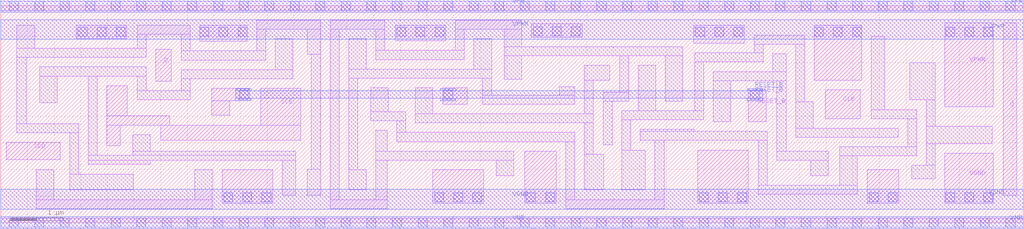
<source format=lef>
# Copyright 2020 The SkyWater PDK Authors
#
# Licensed under the Apache License, Version 2.0 (the "License");
# you may not use this file except in compliance with the License.
# You may obtain a copy of the License at
#
#     https://www.apache.org/licenses/LICENSE-2.0
#
# Unless required by applicable law or agreed to in writing, software
# distributed under the License is distributed on an "AS IS" BASIS,
# WITHOUT WARRANTIES OR CONDITIONS OF ANY KIND, either express or implied.
# See the License for the specific language governing permissions and
# limitations under the License.
#
# SPDX-License-Identifier: Apache-2.0

VERSION 5.7 ;
  NAMESCASESENSITIVE ON ;
  NOWIREEXTENSIONATPIN ON ;
  DIVIDERCHAR "/" ;
  BUSBITCHARS "[]" ;
UNITS
  DATABASE MICRONS 200 ;
END UNITS
MACRO sky130_fd_sc_hvl__sdfrtp_1
  CLASS CORE ;
  SOURCE USER ;
  FOREIGN sky130_fd_sc_hvl__sdfrtp_1 ;
  ORIGIN  0.000000  0.000000 ;
  SIZE  19.20000 BY  4.070000 ;
  SYMMETRY X Y ;
  SITE unithv ;
  PIN D
    ANTENNAGATEAREA  0.420000 ;
    DIRECTION INPUT ;
    USE SIGNAL ;
    PORT
      LAYER li1 ;
        RECT 2.910000 2.660000 3.205000 3.260000 ;
    END
  END D
  PIN Q
    ANTENNADIFFAREA  0.626250 ;
    DIRECTION OUTPUT ;
    USE SIGNAL ;
    PORT
      LAYER li1 ;
        RECT 18.820000 0.515000 19.075000 3.755000 ;
    END
  END Q
  PIN RESET_B
    ANTENNAGATEAREA  1.260000 ;
    DIRECTION INPUT ;
    USE SIGNAL ;
    PORT
      LAYER li1 ;
        RECT  3.965000 2.015000  4.300000 2.290000 ;
        RECT  3.965000 2.290000  4.675000 2.525000 ;
        RECT  8.295000 2.225000  8.760000 2.535000 ;
        RECT 14.040000 1.895000 14.370000 2.490000 ;
      LAYER mcon ;
        RECT  4.475000 2.320000  4.645000 2.490000 ;
        RECT  8.315000 2.320000  8.485000 2.490000 ;
        RECT 14.075000 2.320000 14.245000 2.490000 ;
      LAYER met1 ;
        RECT  4.415000 2.290000  4.705000 2.335000 ;
        RECT  4.415000 2.335000 14.305000 2.475000 ;
        RECT  4.415000 2.475000  4.705000 2.520000 ;
        RECT  8.255000 2.290000  8.545000 2.335000 ;
        RECT  8.255000 2.475000  8.545000 2.520000 ;
        RECT 14.015000 2.290000 14.305000 2.335000 ;
        RECT 14.015000 2.475000 14.305000 2.520000 ;
    END
  END RESET_B
  PIN SCD
    ANTENNAGATEAREA  0.420000 ;
    DIRECTION INPUT ;
    USE SIGNAL ;
    PORT
      LAYER li1 ;
        RECT 0.105000 1.180000 1.115000 1.510000 ;
    END
  END SCD
  PIN SCE
    ANTENNAGATEAREA  0.840000 ;
    DIRECTION INPUT ;
    USE SIGNAL ;
    PORT
      LAYER li1 ;
        RECT 1.995000 1.445000 2.245000 1.835000 ;
        RECT 1.995000 1.835000 3.175000 2.005000 ;
        RECT 1.995000 2.005000 2.380000 2.575000 ;
        RECT 3.005000 1.550000 5.635000 1.835000 ;
        RECT 4.880000 1.835000 5.635000 2.525000 ;
    END
  END SCE
  PIN CLK
    ANTENNAGATEAREA  0.585000 ;
    DIRECTION INPUT ;
    USE CLOCK ;
    PORT
      LAYER li1 ;
        RECT 15.485000 1.955000 16.140000 2.495000 ;
    END
  END CLK
  PIN VGND
    DIRECTION INOUT ;
    USE GROUND ;
    PORT
      LAYER li1 ;
        RECT  4.155000 0.365000  5.105000 0.995000 ;
        RECT  8.115000 0.365000  9.065000 0.995000 ;
        RECT  9.840000 0.365000 10.430000 1.345000 ;
        RECT 13.085000 0.365000 14.035000 1.365000 ;
        RECT 16.275000 0.365000 16.865000 0.995000 ;
        RECT 17.730000 0.365000 18.640000 1.305000 ;
      LAYER mcon ;
        RECT  4.185000 0.395000  4.355000 0.565000 ;
        RECT  4.545000 0.395000  4.715000 0.565000 ;
        RECT  4.905000 0.395000  5.075000 0.565000 ;
        RECT  8.145000 0.395000  8.315000 0.565000 ;
        RECT  8.505000 0.395000  8.675000 0.565000 ;
        RECT  8.865000 0.395000  9.035000 0.565000 ;
        RECT  9.870000 0.395000 10.040000 0.565000 ;
        RECT 10.230000 0.395000 10.400000 0.565000 ;
        RECT 13.115000 0.395000 13.285000 0.565000 ;
        RECT 13.475000 0.395000 13.645000 0.565000 ;
        RECT 13.835000 0.395000 14.005000 0.565000 ;
        RECT 16.305000 0.395000 16.475000 0.565000 ;
        RECT 16.665000 0.395000 16.835000 0.565000 ;
        RECT 17.740000 0.395000 17.910000 0.565000 ;
        RECT 18.100000 0.395000 18.270000 0.565000 ;
        RECT 18.460000 0.395000 18.630000 0.565000 ;
      LAYER met1 ;
        RECT 0.000000 0.255000 19.200000 0.625000 ;
    END
  END VGND
  PIN VNB
    DIRECTION INOUT ;
    USE GROUND ;
    PORT
      LAYER li1 ;
        RECT 0.000000 -0.085000 19.200000 0.085000 ;
      LAYER mcon ;
        RECT  0.155000 -0.085000  0.325000 0.085000 ;
        RECT  0.635000 -0.085000  0.805000 0.085000 ;
        RECT  1.115000 -0.085000  1.285000 0.085000 ;
        RECT  1.595000 -0.085000  1.765000 0.085000 ;
        RECT  2.075000 -0.085000  2.245000 0.085000 ;
        RECT  2.555000 -0.085000  2.725000 0.085000 ;
        RECT  3.035000 -0.085000  3.205000 0.085000 ;
        RECT  3.515000 -0.085000  3.685000 0.085000 ;
        RECT  3.995000 -0.085000  4.165000 0.085000 ;
        RECT  4.475000 -0.085000  4.645000 0.085000 ;
        RECT  4.955000 -0.085000  5.125000 0.085000 ;
        RECT  5.435000 -0.085000  5.605000 0.085000 ;
        RECT  5.915000 -0.085000  6.085000 0.085000 ;
        RECT  6.395000 -0.085000  6.565000 0.085000 ;
        RECT  6.875000 -0.085000  7.045000 0.085000 ;
        RECT  7.355000 -0.085000  7.525000 0.085000 ;
        RECT  7.835000 -0.085000  8.005000 0.085000 ;
        RECT  8.315000 -0.085000  8.485000 0.085000 ;
        RECT  8.795000 -0.085000  8.965000 0.085000 ;
        RECT  9.275000 -0.085000  9.445000 0.085000 ;
        RECT  9.755000 -0.085000  9.925000 0.085000 ;
        RECT 10.235000 -0.085000 10.405000 0.085000 ;
        RECT 10.715000 -0.085000 10.885000 0.085000 ;
        RECT 11.195000 -0.085000 11.365000 0.085000 ;
        RECT 11.675000 -0.085000 11.845000 0.085000 ;
        RECT 12.155000 -0.085000 12.325000 0.085000 ;
        RECT 12.635000 -0.085000 12.805000 0.085000 ;
        RECT 13.115000 -0.085000 13.285000 0.085000 ;
        RECT 13.595000 -0.085000 13.765000 0.085000 ;
        RECT 14.075000 -0.085000 14.245000 0.085000 ;
        RECT 14.555000 -0.085000 14.725000 0.085000 ;
        RECT 15.035000 -0.085000 15.205000 0.085000 ;
        RECT 15.515000 -0.085000 15.685000 0.085000 ;
        RECT 15.995000 -0.085000 16.165000 0.085000 ;
        RECT 16.475000 -0.085000 16.645000 0.085000 ;
        RECT 16.955000 -0.085000 17.125000 0.085000 ;
        RECT 17.435000 -0.085000 17.605000 0.085000 ;
        RECT 17.915000 -0.085000 18.085000 0.085000 ;
        RECT 18.395000 -0.085000 18.565000 0.085000 ;
        RECT 18.875000 -0.085000 19.045000 0.085000 ;
      LAYER met1 ;
        RECT 0.000000 -0.115000 19.200000 0.115000 ;
    END
  END VNB
  PIN VPB
    DIRECTION INOUT ;
    USE POWER ;
    PORT
      LAYER li1 ;
        RECT 0.000000 3.985000 19.200000 4.155000 ;
      LAYER mcon ;
        RECT  0.155000 3.985000  0.325000 4.155000 ;
        RECT  0.635000 3.985000  0.805000 4.155000 ;
        RECT  1.115000 3.985000  1.285000 4.155000 ;
        RECT  1.595000 3.985000  1.765000 4.155000 ;
        RECT  2.075000 3.985000  2.245000 4.155000 ;
        RECT  2.555000 3.985000  2.725000 4.155000 ;
        RECT  3.035000 3.985000  3.205000 4.155000 ;
        RECT  3.515000 3.985000  3.685000 4.155000 ;
        RECT  3.995000 3.985000  4.165000 4.155000 ;
        RECT  4.475000 3.985000  4.645000 4.155000 ;
        RECT  4.955000 3.985000  5.125000 4.155000 ;
        RECT  5.435000 3.985000  5.605000 4.155000 ;
        RECT  5.915000 3.985000  6.085000 4.155000 ;
        RECT  6.395000 3.985000  6.565000 4.155000 ;
        RECT  6.875000 3.985000  7.045000 4.155000 ;
        RECT  7.355000 3.985000  7.525000 4.155000 ;
        RECT  7.835000 3.985000  8.005000 4.155000 ;
        RECT  8.315000 3.985000  8.485000 4.155000 ;
        RECT  8.795000 3.985000  8.965000 4.155000 ;
        RECT  9.275000 3.985000  9.445000 4.155000 ;
        RECT  9.755000 3.985000  9.925000 4.155000 ;
        RECT 10.235000 3.985000 10.405000 4.155000 ;
        RECT 10.715000 3.985000 10.885000 4.155000 ;
        RECT 11.195000 3.985000 11.365000 4.155000 ;
        RECT 11.675000 3.985000 11.845000 4.155000 ;
        RECT 12.155000 3.985000 12.325000 4.155000 ;
        RECT 12.635000 3.985000 12.805000 4.155000 ;
        RECT 13.115000 3.985000 13.285000 4.155000 ;
        RECT 13.595000 3.985000 13.765000 4.155000 ;
        RECT 14.075000 3.985000 14.245000 4.155000 ;
        RECT 14.555000 3.985000 14.725000 4.155000 ;
        RECT 15.035000 3.985000 15.205000 4.155000 ;
        RECT 15.515000 3.985000 15.685000 4.155000 ;
        RECT 15.995000 3.985000 16.165000 4.155000 ;
        RECT 16.475000 3.985000 16.645000 4.155000 ;
        RECT 16.955000 3.985000 17.125000 4.155000 ;
        RECT 17.435000 3.985000 17.605000 4.155000 ;
        RECT 17.915000 3.985000 18.085000 4.155000 ;
        RECT 18.395000 3.985000 18.565000 4.155000 ;
        RECT 18.875000 3.985000 19.045000 4.155000 ;
      LAYER met1 ;
        RECT 0.000000 3.955000 19.200000 4.185000 ;
    END
  END VPB
  PIN VPWR
    DIRECTION INOUT ;
    USE POWER ;
    PORT
      LAYER li1 ;
        RECT  1.420000 3.455000  2.370000 3.705000 ;
        RECT  3.735000 3.405000  4.625000 3.705000 ;
        RECT  7.405000 3.415000  8.355000 3.705000 ;
        RECT  9.965000 3.485000 10.915000 3.735000 ;
        RECT 13.015000 3.370000 13.965000 3.705000 ;
        RECT 15.275000 2.675000 16.165000 3.705000 ;
        RECT 17.730000 2.175000 18.640000 3.755000 ;
      LAYER mcon ;
        RECT  1.450000 3.505000  1.620000 3.675000 ;
        RECT  1.810000 3.505000  1.980000 3.675000 ;
        RECT  2.170000 3.505000  2.340000 3.675000 ;
        RECT  3.735000 3.505000  3.905000 3.675000 ;
        RECT  4.095000 3.505000  4.265000 3.675000 ;
        RECT  4.455000 3.505000  4.625000 3.675000 ;
        RECT  7.435000 3.505000  7.605000 3.675000 ;
        RECT  7.795000 3.505000  7.965000 3.675000 ;
        RECT  8.155000 3.505000  8.325000 3.675000 ;
        RECT  9.995000 3.515000 10.165000 3.685000 ;
        RECT 10.355000 3.515000 10.525000 3.685000 ;
        RECT 10.715000 3.515000 10.885000 3.685000 ;
        RECT 13.045000 3.505000 13.215000 3.675000 ;
        RECT 13.405000 3.505000 13.575000 3.675000 ;
        RECT 13.765000 3.505000 13.935000 3.675000 ;
        RECT 15.275000 3.505000 15.445000 3.675000 ;
        RECT 15.635000 3.505000 15.805000 3.675000 ;
        RECT 15.995000 3.505000 16.165000 3.675000 ;
        RECT 17.740000 3.505000 17.910000 3.675000 ;
        RECT 18.100000 3.505000 18.270000 3.675000 ;
        RECT 18.460000 3.505000 18.630000 3.675000 ;
      LAYER met1 ;
        RECT 0.000000 3.445000 19.200000 3.815000 ;
    END
  END VPWR
  OBS
    LAYER li1 ;
      RECT  0.305000 1.690000  1.465000 1.860000 ;
      RECT  0.305000 1.860000  0.475000 3.105000 ;
      RECT  0.305000 3.105000  2.730000 3.275000 ;
      RECT  0.305000 3.275000  0.635000 3.705000 ;
      RECT  0.665000 0.265000  3.975000 0.435000 ;
      RECT  0.665000 0.435000  0.995000 0.995000 ;
      RECT  0.730000 2.255000  1.060000 2.755000 ;
      RECT  0.730000 2.755000  2.730000 2.925000 ;
      RECT  1.295000 0.615000  2.485000 0.915000 ;
      RECT  1.295000 0.915000  1.465000 1.690000 ;
      RECT  1.645000 1.095000  2.810000 1.175000 ;
      RECT  1.645000 1.175000  5.535000 1.265000 ;
      RECT  1.645000 1.265000  1.815000 2.755000 ;
      RECT  2.480000 1.265000  5.535000 1.345000 ;
      RECT  2.480000 1.345000  2.810000 1.655000 ;
      RECT  2.560000 2.310000  3.555000 2.480000 ;
      RECT  2.560000 2.480000  2.730000 2.755000 ;
      RECT  2.560000 3.275000  2.730000 3.535000 ;
      RECT  2.560000 3.535000  3.555000 3.705000 ;
      RECT  3.385000 2.480000  3.555000 2.705000 ;
      RECT  3.385000 2.705000  5.485000 2.875000 ;
      RECT  3.385000 3.055000  4.975000 3.225000 ;
      RECT  3.385000 3.225000  3.555000 3.535000 ;
      RECT  3.645000 0.435000  3.975000 0.995000 ;
      RECT  4.805000 3.225000  4.975000 3.635000 ;
      RECT  4.805000 3.635000  6.005000 3.805000 ;
      RECT  5.155000 2.875000  5.485000 3.455000 ;
      RECT  5.285000 0.515000  5.535000 1.175000 ;
      RECT  5.755000 0.515000  6.005000 1.005000 ;
      RECT  5.755000 3.165000  6.005000 3.635000 ;
      RECT  5.835000 1.005000  6.005000 3.165000 ;
      RECT  6.185000 0.265000  7.255000 0.435000 ;
      RECT  6.185000 0.435000  6.355000 3.635000 ;
      RECT  6.185000 3.635000  7.215000 3.805000 ;
      RECT  6.535000 0.615000  6.865000 0.995000 ;
      RECT  6.535000 0.995000  6.705000 2.715000 ;
      RECT  6.535000 2.715000  9.215000 2.885000 ;
      RECT  6.535000 2.885000  6.865000 3.455000 ;
      RECT  6.950000 1.915000  7.605000 2.085000 ;
      RECT  6.950000 2.085000  7.280000 2.535000 ;
      RECT  7.045000 0.435000  7.255000 1.175000 ;
      RECT  7.045000 1.175000  9.635000 1.345000 ;
      RECT  7.045000 1.345000  7.255000 1.735000 ;
      RECT  7.045000 3.065000  8.705000 3.235000 ;
      RECT  7.045000 3.235000  7.215000 3.635000 ;
      RECT  7.435000 1.525000 10.780000 1.695000 ;
      RECT  7.435000 1.695000  7.605000 1.915000 ;
      RECT  7.785000 1.875000 11.130000 2.045000 ;
      RECT  7.785000 2.045000  8.115000 2.535000 ;
      RECT  8.535000 3.235000  8.705000 3.635000 ;
      RECT  8.535000 3.635000  9.785000 3.805000 ;
      RECT  8.885000 2.885000  9.215000 3.455000 ;
      RECT  9.045000 2.225000 10.780000 2.395000 ;
      RECT  9.045000 2.395000  9.215000 2.715000 ;
      RECT  9.305000 0.885000  9.635000 1.175000 ;
      RECT  9.455000 2.695000  9.785000 3.135000 ;
      RECT  9.455000 3.135000 12.810000 3.305000 ;
      RECT  9.455000 3.305000  9.785000 3.635000 ;
      RECT 10.490000 2.395000 10.780000 2.555000 ;
      RECT 10.610000 0.265000 12.455000 0.435000 ;
      RECT 10.610000 0.435000 10.780000 1.525000 ;
      RECT 10.960000 0.615000 11.325000 1.285000 ;
      RECT 10.960000 1.285000 11.130000 1.875000 ;
      RECT 10.960000 2.045000 11.130000 2.675000 ;
      RECT 10.960000 2.675000 11.440000 2.955000 ;
      RECT 11.310000 1.465000 11.480000 2.285000 ;
      RECT 11.310000 2.285000 11.790000 2.455000 ;
      RECT 11.620000 2.455000 11.790000 3.135000 ;
      RECT 11.660000 0.615000 12.105000 1.365000 ;
      RECT 11.660000 1.365000 11.830000 1.935000 ;
      RECT 11.660000 1.935000 13.200000 2.105000 ;
      RECT 11.970000 2.105000 12.300000 2.955000 ;
      RECT 12.010000 1.545000 14.395000 1.715000 ;
      RECT 12.010000 1.715000 13.020000 1.755000 ;
      RECT 12.285000 0.435000 12.455000 1.545000 ;
      RECT 12.480000 2.285000 12.810000 3.135000 ;
      RECT 13.030000 2.105000 13.200000 3.020000 ;
      RECT 13.030000 3.020000 14.315000 3.190000 ;
      RECT 13.380000 1.895000 13.710000 2.670000 ;
      RECT 13.380000 2.670000 14.745000 2.840000 ;
      RECT 14.145000 3.190000 14.315000 3.355000 ;
      RECT 14.145000 3.355000 15.095000 3.525000 ;
      RECT 14.225000 0.535000 16.085000 0.705000 ;
      RECT 14.225000 0.705000 14.395000 1.545000 ;
      RECT 14.495000 2.840000 14.745000 3.175000 ;
      RECT 14.575000 1.175000 15.535000 1.345000 ;
      RECT 14.575000 1.345000 14.745000 2.670000 ;
      RECT 14.925000 1.605000 16.850000 1.775000 ;
      RECT 14.925000 1.775000 15.255000 2.275000 ;
      RECT 14.925000 2.275000 15.095000 3.355000 ;
      RECT 15.205000 0.885000 15.535000 1.175000 ;
      RECT 15.755000 0.705000 16.085000 1.255000 ;
      RECT 15.755000 1.255000 17.200000 1.425000 ;
      RECT 16.345000 1.955000 17.200000 2.125000 ;
      RECT 16.345000 2.125000 16.595000 3.505000 ;
      RECT 17.030000 1.425000 17.200000 1.955000 ;
      RECT 17.065000 2.305000 17.550000 3.005000 ;
      RECT 17.105000 0.825000 17.550000 1.075000 ;
      RECT 17.380000 1.075000 17.550000 1.485000 ;
      RECT 17.380000 1.485000 18.615000 1.815000 ;
      RECT 17.380000 1.815000 17.550000 2.305000 ;
  END
END sky130_fd_sc_hvl__sdfrtp_1

</source>
